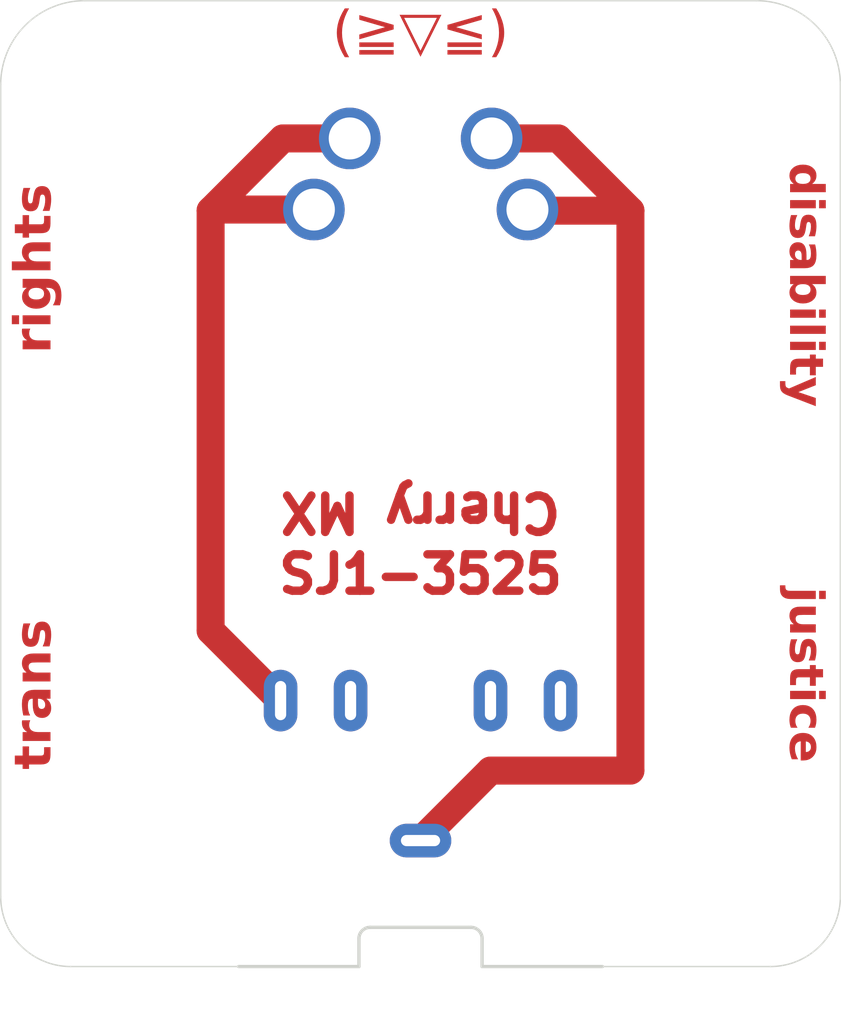
<source format=kicad_pcb>
(kicad_pcb (version 20240108) (generator "pcbnew") (generator_version "8.0")
  (layers (0 "F.Cu" signal) (31 "B.Cu" signal) (34 "B.Paste" user) (35 "F.Paste" user) (36 "B.SilkS" user "B.Silkscreen") (37 "F.SilkS" user "F.Silkscreen") (38 "B.Mask" user) (39 "F.Mask" user) (44 "Edge.Cuts" user))
  (net 0 "")
  (footprint "Button_Switch_Keyboard:SW_Cherry_MX_2.00u_PCB" (layer "F.Cu") (at 127.54 79.92)
    (property "Reference" "REF**" (hide yes))
    (property "Value" "SW_Cherry_MX_2.00u_PCB" (hide yes))
    (pad "" np_thru_hole circle (at -14.44 -1.92) (size 3.05 3.05) (drill 3.05) (layers "*.Cu" "*.Mask"))
    (pad "" np_thru_hole circle (at -14.44 13.32) (size 4 4) (drill 4) (layers "*.Cu" "*.Mask"))
    (pad "" np_thru_hole circle (at -7.62 5.08) (size 1.7 1.7) (drill 1.7) (layers "*.Cu" "*.Mask"))
    (pad "" np_thru_hole circle (at -2.54 5.08) (size 4 4) (drill 4) (layers "*.Cu" "*.Mask"))
    (pad "" np_thru_hole circle (at 2.54 5.08) (size 1.7 1.7) (drill 1.7) (layers "*.Cu" "*.Mask"))
    (pad "" np_thru_hole circle (at 9.36 -1.92) (size 3.05 3.05) (drill 3.05) (layers "*.Cu" "*.Mask"))
    (pad "" np_thru_hole circle (at 9.36 13.32) (size 4 4) (drill 4) (layers "*.Cu" "*.Mask"))
    (pad "1" thru_hole circle (at 0 0) (size 2.2 2.2) (drill 1.5) (layers "*.Cu" "*.Mask"))
    (pad "1" thru_hole circle (at 1.28 2.54) (size 2.2 2.2) (drill 1.5) (layers "*.Cu" "*.Mask"))
    (pad "2" thru_hole circle (at -6.35 2.54) (size 2.2 2.2) (drill 1.5) (layers "*.Cu" "*.Mask"))
    (pad "2" thru_hole circle (at -5.07 0) (size 2.2 2.2) (drill 1.5) (layers "*.Cu" "*.Mask"))
  )
  (footprint "" (layer "F.Cu") (at 113.106 105.156)
    (property "Reference" "" (at 0 0 0) (layer "F.SilkS") (effects (font (size 1.27 1.27))))
    (property "Value" "" (at 0 0 0) (layer "F.SilkS") (effects (font (size 1.27 1.27))))
    (pad "" np_thru_hole circle (at 0 0) (size 4 4) (drill 4) (layers "F&B.Cu" "*.Mask"))
  )
  (footprint "" (layer "F.Cu") (at 136.906 105.156)
    (property "Reference" "" (at 0 0 0) (layer "F.SilkS") (effects (font (size 1.27 1.27))))
    (property "Value" "" (at 0 0 0) (layer "F.SilkS") (effects (font (size 1.27 1.27))))
    (pad "" np_thru_hole circle (at 0 0) (size 4 4) (drill 4) (layers "F&B.Cu" "*.Mask"))
  )
  (footprint "Connector_Audio:Jack_3.5mm_CUI_SJ1-3525N_Horizontal" (layer "F.Cu") (at 125 105)
    (property "Reference" "REF**" (hide yes))
    (property "Value" "Jack_3.5mm_CUI_SJ1-3525N_Horizontal" (hide yes))
    (fp_line (start -2.2 3.5) (end -2.2 4.5) (stroke (width 0.12)) (layer "Edge.Cuts"))
    (fp_line (start -2.2 4.5) (end -6.5 4.5) (stroke (width 0.12)) (layer "Edge.Cuts"))
    (fp_line (start 1.8 3.1) (end -1.8 3.1) (stroke (width 0.12)) (layer "Edge.Cuts"))
    (fp_line (start 2.2 3.5) (end 2.2 4.5) (stroke (width 0.12)) (layer "Edge.Cuts"))
    (fp_line (start 2.2 4.5) (end 6.5 4.5) (stroke (width 0.12)) (layer "Edge.Cuts"))
    (fp_arc (start -2.2 3.5) (mid -2.082842 3.217158) (end -1.8 3.1) (stroke (width 0.12)) (layer "Edge.Cuts"))
    (fp_arc (start 1.8 3.1) (mid 2.082843 3.217157) (end 2.2 3.5) (stroke (width 0.12)) (layer "Edge.Cuts"))
    (pad "" np_thru_hole circle (at -5 0) (size 1.2 1.2) (drill 1.2) (layers "*.Cu"))
    (pad "" np_thru_hole circle (at -5 2.5) (size 1.2 1.2) (drill 1.2) (layers "*.Cu"))
    (pad "" np_thru_hole circle (at 0 -5) (size 1.2 1.2) (drill 1.2) (layers "*.Cu"))
    (pad "" np_thru_hole circle (at 5 0) (size 1.2 1.2) (drill 1.2) (layers "*.Cu"))
    (pad "" np_thru_hole circle (at 5 2.5) (size 1.2 1.2) (drill 1.2) (layers "*.Cu"))
    (pad "R" thru_hole oval (at -5 -5) (size 1.2 2.2) (drill oval 0.4 1.4) (layers "*.Cu" "*.Mask"))
    (pad "RN" thru_hole oval (at -2.5 -5) (size 1.2 2.2) (drill oval 0.4 1.4) (layers "*.Cu" "*.Mask"))
    (pad "S" thru_hole oval (at 0 0) (size 2.2 1.2) (drill oval 1.4 0.4) (layers "*.Cu" "*.Mask"))
    (pad "T" thru_hole oval (at 5 -5 180) (size 1.2 2.2) (drill oval 0.4 1.4) (layers "*.Cu" "*.Mask"))
    (pad "TN" thru_hole oval (at 2.5 -5 180) (size 1.2 2.2) (drill oval 0.4 1.4) (layers "*.Cu" "*.Mask"))
  )
  (gr_line (start 118.5 109.5) (end 112.5 109.5) (stroke (width 0.05)) (layer "Edge.Cuts"))
  (gr_arc (start 112.5 109.5) (mid 110.732233 108.767767) (end 110 107) (stroke (width 0.05)) (layer "Edge.Cuts"))
  (gr_line (start 140 78) (end 140 107) (stroke (width 0.05)) (layer "Edge.Cuts"))
  (gr_line (start 137.5 109.5) (end 131.5 109.5) (stroke (width 0.05)) (layer "Edge.Cuts"))
  (gr_line (start 113 75) (end 137 75) (stroke (width 0.05)) (layer "Edge.Cuts"))
  (gr_arc (start 140 107) (mid 139.267767 108.767767) (end 137.5 109.5) (stroke (width 0.05)) (layer "Edge.Cuts"))
  (gr_arc (start 110 78) (mid 110.87868 75.87868) (end 113 75) (stroke (width 0.05)) (layer "Edge.Cuts"))
  (gr_line (start 110 107) (end 110 78) (stroke (width 0.05)) (layer "Edge.Cuts"))
  (gr_arc (start 137 75) (mid 139.12132 75.87868) (end 140 78) (stroke (width 0.05)) (layer "Edge.Cuts"))
  (gr_text "trans               rights" (at 112 92 90) (layer "F.Cu") (effects (font (size 1.3 1.3) (thickness 0.3) (bold yes)) (justify bottom)))
  (gr_text "SJ1-3525" (at 125 96.25 0) (layer "F.Cu") (effects (font (size 1.3 1.3) (thickness 0.3) (bold yes)) (justify bottom)))
  (gr_text "Cherry MX" (at 125 92.5 180) (layer "F.Cu") (effects (font (size 1.3 1.3) (thickness 0.3) (bold yes)) (justify bottom)))
  (gr_text "disability           justice" (at 138 91.5 270) (layer "F.Cu") (effects (font (size 1.2 1.2) (thickness 0.3) (bold yes)) (justify bottom)))
  (gr_text "(≧▽≦)" (at 125 77 0) (layer "F.Cu") (effects (font (size 1.4 1.4)) (justify bottom)))
  (segment (start 132.5 102.5) (end 127.5 102.5) (width 1) (layer "F.Cu") (net 0))
  (segment (start 128.86 82.5) (end 132.5 82.5) (width 1) (layer "F.Cu") (net 0))
  (segment (start 117.54 82.46) (end 121.19 82.46) (width 1) (layer "F.Cu") (net 0))
  (segment (start 127.5 102.5) (end 125 105) (width 1) (layer "F.Cu") (net 0))
  (segment (start 122.47 79.92) (end 122.39 80) (width 1) (layer "F.Cu") (net 0))
  (segment (start 132.5 82.5) (end 132.5 102.5) (width 1) (layer "F.Cu") (net 0))
  (segment (start 120 100) (end 117.5 97.5) (width 1) (layer "F.Cu") (net 0))
  (segment (start 120.08 79.92) (end 122.47 79.92) (width 1) (layer "F.Cu") (net 0))
  (segment (start 117.5 97.5) (end 117.5 82.5) (width 1) (layer "F.Cu") (net 0))
  (segment (start 117.5 82.5) (end 117.54 82.46) (width 1) (layer "F.Cu") (net 0))
  (segment (start 128.82 82.46) (end 128.86 82.5) (width 1) (layer "F.Cu") (net 0))
  (segment (start 127.54 79.92) (end 129.92 79.92) (width 1) (layer "F.Cu") (net 0))
  (segment (start 129.92 79.92) (end 132.5 82.5) (width 1) (layer "F.Cu") (net 0))
  (segment (start 117.5 82.5) (end 120.08 79.92) (width 1) (layer "F.Cu") (net 0))
  (segment (start 128.84 82.44) (end 128.82 82.46) (width 1) (layer "F.Cu") (net 0))
)
</source>
